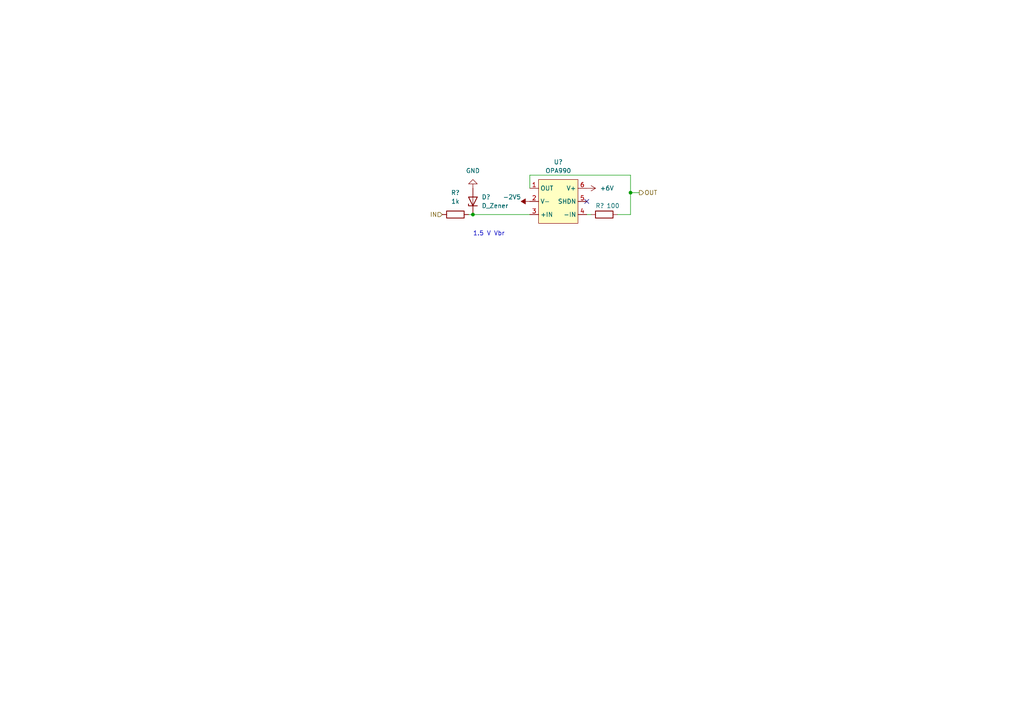
<source format=kicad_sch>
(kicad_sch (version 20211123) (generator eeschema)
  (paper "A4")
  (lib_symbols
    (symbol "Device:D_Zener" (pin_numbers hide) (pin_names (offset 1.016) hide)
      (property "Reference" "D" (at 0 2.54 0))
      (property "Value" "D_Zener" (at 0 -2.54 0))
      (symbol "D_Zener_0_1"
        (polyline (pts (xy 1.27 0) (xy -1.27 0)))
        (polyline (pts (xy -1.27 -1.27) (xy -1.27 1.27) (xy -0.762 1.27)) (stroke (width 0.254)))
        (polyline (pts (xy 1.27 -1.27) (xy 1.27 1.27) (xy -1.27 0) (xy 1.27 -1.27)) (stroke (width 0.254)))
      )
      (symbol "D_Zener_1_1"
        (pin passive line (at -3.81 0 0) (length 2.54) (name "K") (number "1"))
        (pin passive line (at 3.81 0 180) (length 2.54) (name "A") (number "2"))
      )
    )
    (symbol "Device:R" (pin_numbers hide) (pin_names (offset 0))
      (property "Reference" "R" (at 2.032 0 90))
      (property "Value" "R" (at 0 0 90))
      (symbol "R_0_1"
        (rectangle (start -1.016 -2.54) (end 1.016 2.54) (stroke (width 0.254)))
      )
      (symbol "R_1_1"
        (pin passive line (at 0 3.81 270) (length 1.27) (name "~") (number "1"))
        (pin passive line (at 0 -3.81 90) (length 1.27) (name "~") (number "2"))
      )
    )
    (symbol "power:+6V" (power) (pin_names (offset 0))
      (property "Value" "+6V" (at 0 3.556 0))
      (symbol "+6V_0_1"
        (polyline (pts (xy -0.762 1.27) (xy 0 2.54)))
        (polyline (pts (xy 0 0) (xy 0 2.54)))
        (polyline (pts (xy 0 2.54) (xy 0.762 1.27)))
      )
      (symbol "+6V_1_1"
        (pin power_in line (at 0 0 90) (length 0) hide (name "+6V") (number "1"))
      )
    )
    (symbol "power:-2V5" (power) (pin_names (offset 0))
      (property "Value" "-2V5" (at 0 3.81 0))
      (symbol "-2V5_0_0"
        (pin power_in line (at 0 0 90) (length 0) hide (name "-2V5") (number "1"))
      )
      (symbol "-2V5_0_1"
        (polyline (pts (xy 0 0) (xy 0 1.27) (xy 0.762 1.27) (xy 0 2.54) (xy -0.762 1.27) (xy 0 1.27)) (fill (type outline)))
      )
    )
    (symbol "power:GND" (power) (pin_names (offset 0))
      (property "Value" "GND" (at 0 -3.81 0))
      (symbol "GND_0_1"
        (polyline (pts (xy 0 0) (xy 0 -1.27) (xy 1.27 -1.27) (xy 0 -2.54) (xy -1.27 -1.27) (xy 0 -1.27)))
      )
      (symbol "GND_1_1"
        (pin power_in line (at 0 0 270) (length 0) hide (name "GND") (number "1"))
      )
    )
    (symbol "preamp_amplifiers:OPA990"
      (property "Reference" "U" (at 0 10.16 0))
      (property "Value" "OPA990" (at 0 7.62 0))
      (symbol "OPA990_0_1"
        (rectangle (start -6.35 5.08) (end 5.08 -7.62) (fill (type background)))
      )
      (symbol "OPA990_1_1"
        (pin output line (at -8.89 2.54 0) (length 2.54) (name "OUT") (number "1"))
        (pin power_in line (at -8.89 -1.27 0) (length 2.54) (name "V-") (number "2"))
        (pin input line (at -8.89 -5.08 0) (length 2.54) (name "+IN") (number "3"))
        (pin input line (at 7.62 -5.08 180) (length 2.54) (name "-IN") (number "4"))
        (pin input line (at 7.62 -1.27 180) (length 2.54) (name "SHDN") (number "5"))
        (pin power_in line (at 7.62 2.54 180) (length 2.54) (name "V+") (number "6"))
      )
    )
  )
  (junction (at 182.88 55.88))
  (junction (at 137.16 62.23))
  (no_connect (at 170.18 58.42))
  (wire (pts (xy 153.67 50.8) (xy 153.67 54.61)))
  (wire (pts (xy 170.18 62.23) (xy 171.45 62.23)))
  (wire (pts (xy 137.16 62.23) (xy 153.67 62.23)))
  (wire (pts (xy 179.07 62.23) (xy 182.88 62.23)))
  (wire (pts (xy 182.88 55.88) (xy 182.88 50.8)))
  (wire (pts (xy 135.89 62.23) (xy 137.16 62.23)))
  (wire (pts (xy 182.88 62.23) (xy 182.88 55.88)))
  (wire (pts (xy 182.88 55.88) (xy 185.42 55.88)))
  (wire (pts (xy 182.88 50.8) (xy 153.67 50.8)))
  (text "1.5 V Vbr" (at 137.16 68.58 0) (effects (font (size 1.27 1.27)) (justify left bottom)))
  (hierarchical_label "IN" (shape input) (at 128.27 62.23 180))
  (hierarchical_label "OUT" (shape output) (at 185.42 55.88 0))
  (symbol (lib_id "Device:R") (at 132.08 62.23 90) (unit 1)
    (property "Reference" "R?" (at 132.08 55.88 90))
    (property "Value" "1k" (at 132.08 58.42 90))
  )
  (symbol (lib_id "preamp_amplifiers:OPA990") (at 162.56 57.15 0) (unit 1)
    (property "Reference" "U?" (at 161.925 46.99 0))
    (property "Value" "OPA990" (at 161.925 49.53 0))
  )
  (symbol (lib_id "power:-2V5") (at 153.67 58.42 90) (unit 1)
    (property "Reference" "#PWR?" (effects hide))
    (property "Value" "-2V5" (at 151.13 57.15 90) (effects (justify left)))
  )
  (symbol (lib_id "power:GND") (at 137.16 54.61 180) (unit 1)
    (property "Reference" "#PWR?" (effects hide))
    (property "Value" "GND" (at 137.16 49.53 0))
  )
  (symbol (lib_id "Device:R") (at 175.26 62.23 90) (unit 1)
    (property "Reference" "R?" (at 173.99 59.69 90))
    (property "Value" "100" (at 177.8 59.69 90))
  )
  (symbol (lib_id "power:+6V") (at 170.18 54.61 270) (unit 1)
    (property "Reference" "#PWR?" (effects hide))
    (property "Value" "+6V" (at 173.99 54.6099 90) (effects (justify left)))
  )
  (symbol (lib_id "Device:D_Zener") (at 137.16 58.42 90) (unit 1)
    (property "Reference" "D?" (at 139.7 57.1499 90) (effects (justify right)))
    (property "Value" "D_Zener" (at 139.7 59.6899 90) (effects (justify right)))
  )
)
</source>
